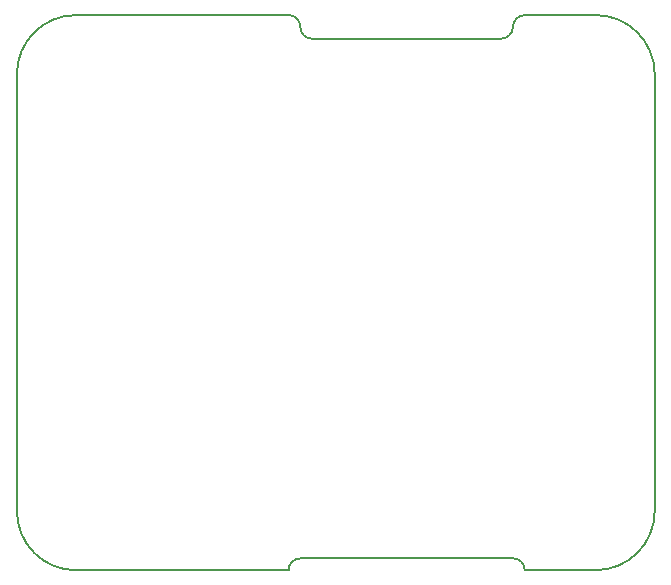
<source format=gm1>
G04 #@! TF.GenerationSoftware,KiCad,Pcbnew,5.0.2-bee76a0~70~ubuntu16.04.1*
G04 #@! TF.CreationDate,2020-01-21T09:58:17+00:00*
G04 #@! TF.ProjectId,transmitter,7472616e-736d-4697-9474-65722e6b6963,2.0.0*
G04 #@! TF.SameCoordinates,Original*
G04 #@! TF.FileFunction,Profile,NP*
%FSLAX46Y46*%
G04 Gerber Fmt 4.6, Leading zero omitted, Abs format (unit mm)*
G04 Created by KiCad (PCBNEW 5.0.2-bee76a0~70~ubuntu16.04.1) date Tue 21 Jan 2020 09:58:17 GMT*
%MOMM*%
%LPD*%
G01*
G04 APERTURE LIST*
%ADD10C,0.150000*%
G04 APERTURE END LIST*
D10*
X115620000Y-106945000D02*
X115620000Y-69945000D01*
X115620000Y-69945000D02*
G75*
G02X120620000Y-64945000I5000000J0D01*
G01*
X169620000Y-106945000D02*
G75*
G02X164620000Y-111945000I-5000000J0D01*
G01*
X164620000Y-64945000D02*
G75*
G02X169620000Y-69945000I0J-5000000D01*
G01*
X120620000Y-111945000D02*
G75*
G02X115620000Y-106945000I0J5000000D01*
G01*
X157620000Y-110945000D02*
G75*
G02X158620000Y-111945000I0J-1000000D01*
G01*
X138620000Y-111945000D02*
G75*
G02X139620000Y-110945000I1000000J0D01*
G01*
X140620000Y-66945000D02*
G75*
G02X139620000Y-65945000I0J1000000D01*
G01*
X157620000Y-65945000D02*
G75*
G02X156620000Y-66945000I-1000000J0D01*
G01*
X158620000Y-111945000D02*
X161620000Y-111945000D01*
X157620000Y-65945000D02*
G75*
G02X158620000Y-64945000I1000000J0D01*
G01*
X138620000Y-64945000D02*
G75*
G02X139620000Y-65945000I0J-1000000D01*
G01*
X161620000Y-111945000D02*
X164620000Y-111945000D01*
X158620000Y-64945000D02*
X164620000Y-64945000D01*
X139620000Y-110945000D02*
X157620000Y-110945000D01*
X138620000Y-111945000D02*
X120620000Y-111945000D01*
X138620000Y-64945000D02*
X120620000Y-64945000D01*
X169620000Y-69945000D02*
X169620000Y-106945000D01*
X140620000Y-66945000D02*
X156620000Y-66945000D01*
M02*

</source>
